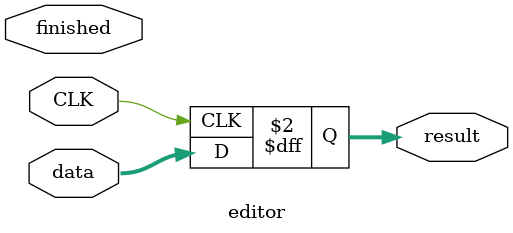
<source format=sv>
`timescale 1ns / 1ps
module editor(
  input CLK,
  input logic finished,
  input logic[7:0] data,
  output logic[7:0] result
  );
  
  always_ff @(posedge CLK)
  begin
    result<=data;
  end
endmodule

</source>
